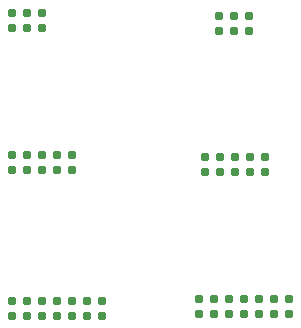
<source format=gbr>
G04 #@! TF.GenerationSoftware,KiCad,Pcbnew,(5.1.0-rc1-9-g8f320697a)*
G04 #@! TF.CreationDate,2019-03-02T18:11:08+09:00
G04 #@! TF.ProjectId,Tag_Connect_KiC,5461675f-436f-46e6-9e65-63745f4b6943,rev?*
G04 #@! TF.SameCoordinates,Original*
G04 #@! TF.FileFunction,Copper,L1,Top*
G04 #@! TF.FilePolarity,Positive*
%FSLAX46Y46*%
G04 Gerber Fmt 4.6, Leading zero omitted, Abs format (unit mm)*
G04 Created by KiCad (PCBNEW (5.1.0-rc1-9-g8f320697a)) date 2019-03-02 18:11:08*
%MOMM*%
%LPD*%
G04 APERTURE LIST*
%ADD10C,0.787000*%
G04 APERTURE END LIST*
D10*
X120015000Y-90932000D03*
X121285000Y-90932000D03*
X122555000Y-90932000D03*
X123825000Y-90932000D03*
X125095000Y-90932000D03*
X126365000Y-90932000D03*
X127635000Y-90932000D03*
X127635000Y-92202000D03*
X126365000Y-92202000D03*
X125095000Y-92202000D03*
X123825000Y-92202000D03*
X122555000Y-92202000D03*
X121285000Y-92202000D03*
X120015000Y-92202000D03*
X104140000Y-91059000D03*
X105410000Y-91059000D03*
X106680000Y-91059000D03*
X107950000Y-91059000D03*
X109220000Y-91059000D03*
X110490000Y-91059000D03*
X111760000Y-91059000D03*
X111760000Y-92329000D03*
X110490000Y-92329000D03*
X109220000Y-92329000D03*
X107950000Y-92329000D03*
X106680000Y-92329000D03*
X105410000Y-92329000D03*
X104140000Y-92329000D03*
X120523000Y-78867000D03*
X121793000Y-78867000D03*
X123063000Y-78867000D03*
X124333000Y-78867000D03*
X125603000Y-78867000D03*
X125603000Y-80137000D03*
X124333000Y-80137000D03*
X123063000Y-80137000D03*
X121793000Y-80137000D03*
X120523000Y-80137000D03*
X104140000Y-78740000D03*
X105410000Y-78740000D03*
X106680000Y-78740000D03*
X107950000Y-78740000D03*
X109220000Y-78740000D03*
X109220000Y-80010000D03*
X107950000Y-80010000D03*
X106680000Y-80010000D03*
X105410000Y-80010000D03*
X104140000Y-80010000D03*
X121666000Y-66930000D03*
X122936000Y-66930000D03*
X124206000Y-66930000D03*
X124206000Y-68200000D03*
X122936000Y-68200000D03*
X121666000Y-68200000D03*
X104140000Y-66675000D03*
X105410000Y-66675000D03*
X106680000Y-66675000D03*
X106680000Y-67945000D03*
X105410000Y-67945000D03*
X104140000Y-67945000D03*
M02*

</source>
